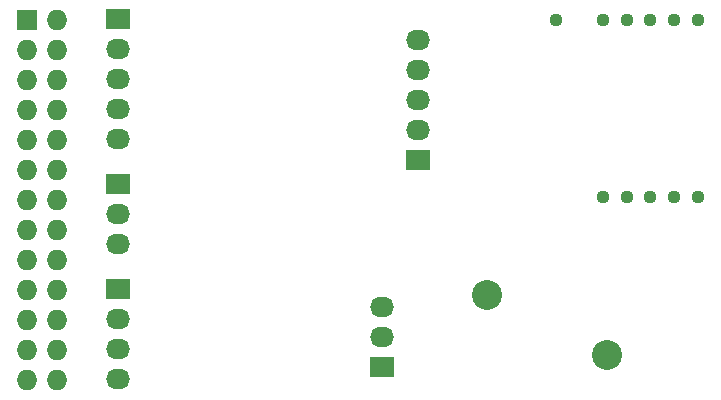
<source format=gbr>
G04 #@! TF.FileFunction,Copper,L2,Bot,Signal*
%FSLAX46Y46*%
G04 Gerber Fmt 4.6, Leading zero omitted, Abs format (unit mm)*
G04 Created by KiCad (PCBNEW 4.0.2+dfsg1-stable) date Sat 29 Oct 2016 12:35:33 PM EDT*
%MOMM*%
G01*
G04 APERTURE LIST*
%ADD10C,0.100000*%
%ADD11R,1.727200X1.727200*%
%ADD12O,1.727200X1.727200*%
%ADD13R,2.032000X1.727200*%
%ADD14O,2.032000X1.727200*%
%ADD15C,2.540000*%
%ADD16C,1.130000*%
G04 APERTURE END LIST*
D10*
D11*
X111671100Y-93573600D03*
D12*
X114211100Y-93573600D03*
X111671100Y-96113600D03*
X114211100Y-96113600D03*
X111671100Y-98653600D03*
X114211100Y-98653600D03*
X111671100Y-101193600D03*
X114211100Y-101193600D03*
X111671100Y-103733600D03*
X114211100Y-103733600D03*
X111671100Y-106273600D03*
X114211100Y-106273600D03*
X111671100Y-108813600D03*
X114211100Y-108813600D03*
X111671100Y-111353600D03*
X114211100Y-111353600D03*
X111671100Y-113893600D03*
X114211100Y-113893600D03*
X111671100Y-116433600D03*
X114211100Y-116433600D03*
X111671100Y-118973600D03*
X114211100Y-118973600D03*
X111671100Y-121513600D03*
X114211100Y-121513600D03*
X111671100Y-124053600D03*
X114211100Y-124053600D03*
D13*
X119380000Y-93472000D03*
D14*
X119380000Y-96012000D03*
X119380000Y-98552000D03*
X119380000Y-101092000D03*
X119380000Y-103632000D03*
D13*
X119380000Y-107442000D03*
D14*
X119380000Y-109982000D03*
X119380000Y-112522000D03*
D13*
X119380000Y-116332000D03*
D14*
X119380000Y-118872000D03*
X119380000Y-121412000D03*
X119380000Y-123952000D03*
D13*
X144780000Y-105410000D03*
D14*
X144780000Y-102870000D03*
X144780000Y-100330000D03*
X144780000Y-97790000D03*
X144780000Y-95250000D03*
D13*
X141732000Y-122936000D03*
D14*
X141732000Y-120396000D03*
X141732000Y-117856000D03*
D15*
X160782000Y-121920000D03*
X150622000Y-116840000D03*
D16*
X168418000Y-93520000D03*
X166418000Y-93520000D03*
X164418000Y-93520000D03*
X162418000Y-93520000D03*
X160418000Y-93520000D03*
X156418000Y-93520000D03*
X168418000Y-108520000D03*
X166418000Y-108520000D03*
X164418000Y-108520000D03*
X162418000Y-108520000D03*
X160418000Y-108520000D03*
M02*

</source>
